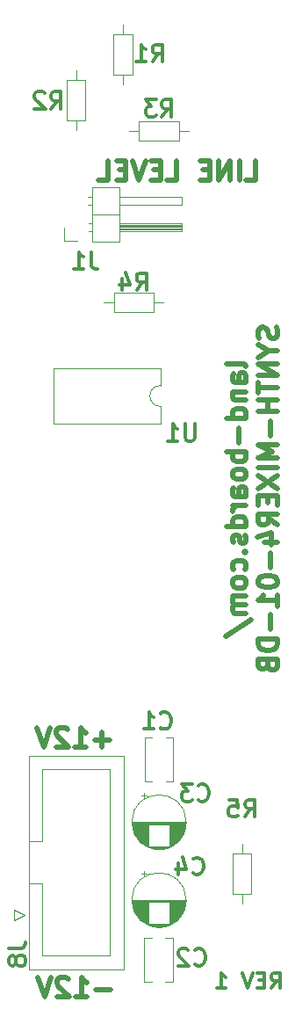
<source format=gbo>
%TF.GenerationSoftware,KiCad,Pcbnew,(6.0.1)*%
%TF.CreationDate,2022-10-13T17:59:12-04:00*%
%TF.ProjectId,SYNTH-MIXER4-01-DB,53594e54-482d-44d4-9958-4552342d3031,1*%
%TF.SameCoordinates,Original*%
%TF.FileFunction,Legend,Bot*%
%TF.FilePolarity,Positive*%
%FSLAX46Y46*%
G04 Gerber Fmt 4.6, Leading zero omitted, Abs format (unit mm)*
G04 Created by KiCad (PCBNEW (6.0.1)) date 2022-10-13 17:59:12*
%MOMM*%
%LPD*%
G01*
G04 APERTURE LIST*
%ADD10C,0.476250*%
%ADD11C,0.300000*%
%ADD12C,0.349250*%
%ADD13C,0.120000*%
G04 APERTURE END LIST*
D10*
X11251066Y-86623071D02*
X9799637Y-86623071D01*
X10525351Y-87348785D02*
X10525351Y-85897357D01*
X7894637Y-87348785D02*
X8983208Y-87348785D01*
X8438923Y-87348785D02*
X8438923Y-85443785D01*
X8620351Y-85715928D01*
X8801780Y-85897357D01*
X8983208Y-85988071D01*
X7168923Y-85625214D02*
X7078208Y-85534500D01*
X6896780Y-85443785D01*
X6443208Y-85443785D01*
X6261780Y-85534500D01*
X6171066Y-85625214D01*
X6080351Y-85806642D01*
X6080351Y-85988071D01*
X6171066Y-86260214D01*
X7259637Y-87348785D01*
X6080351Y-87348785D01*
X5536066Y-85443785D02*
X4901066Y-87348785D01*
X4266066Y-85443785D01*
X11327266Y-110676871D02*
X9875837Y-110676871D01*
X7970837Y-111402585D02*
X9059408Y-111402585D01*
X8515123Y-111402585D02*
X8515123Y-109497585D01*
X8696551Y-109769728D01*
X8877980Y-109951157D01*
X9059408Y-110041871D01*
X7245123Y-109679014D02*
X7154408Y-109588300D01*
X6972980Y-109497585D01*
X6519408Y-109497585D01*
X6337980Y-109588300D01*
X6247266Y-109679014D01*
X6156551Y-109860442D01*
X6156551Y-110041871D01*
X6247266Y-110314014D01*
X7335837Y-111402585D01*
X6156551Y-111402585D01*
X5612266Y-109497585D02*
X4977266Y-111402585D01*
X4342266Y-109497585D01*
D11*
X26806257Y-110558971D02*
X27306257Y-109844685D01*
X27663400Y-110558971D02*
X27663400Y-109058971D01*
X27091971Y-109058971D01*
X26949114Y-109130400D01*
X26877685Y-109201828D01*
X26806257Y-109344685D01*
X26806257Y-109558971D01*
X26877685Y-109701828D01*
X26949114Y-109773257D01*
X27091971Y-109844685D01*
X27663400Y-109844685D01*
X26163400Y-109773257D02*
X25663400Y-109773257D01*
X25449114Y-110558971D02*
X26163400Y-110558971D01*
X26163400Y-109058971D01*
X25449114Y-109058971D01*
X25020542Y-109058971D02*
X24520542Y-110558971D01*
X24020542Y-109058971D01*
X21591971Y-110558971D02*
X22449114Y-110558971D01*
X22020542Y-110558971D02*
X22020542Y-109058971D01*
X22163400Y-109273257D01*
X22306257Y-109416114D01*
X22449114Y-109487542D01*
D10*
X24413028Y-32713385D02*
X25320171Y-32713385D01*
X25320171Y-30808385D01*
X23778028Y-32713385D02*
X23778028Y-30808385D01*
X22870885Y-32713385D02*
X22870885Y-30808385D01*
X21782314Y-32713385D01*
X21782314Y-30808385D01*
X20875171Y-31715528D02*
X20240171Y-31715528D01*
X19968028Y-32713385D02*
X20875171Y-32713385D01*
X20875171Y-30808385D01*
X19968028Y-30808385D01*
X16793028Y-32713385D02*
X17700171Y-32713385D01*
X17700171Y-30808385D01*
X16158028Y-31715528D02*
X15523028Y-31715528D01*
X15250885Y-32713385D02*
X16158028Y-32713385D01*
X16158028Y-30808385D01*
X15250885Y-30808385D01*
X14706600Y-30808385D02*
X14071600Y-32713385D01*
X13436600Y-30808385D01*
X12801600Y-31715528D02*
X12166600Y-31715528D01*
X11894457Y-32713385D02*
X12801600Y-32713385D01*
X12801600Y-30808385D01*
X11894457Y-30808385D01*
X10170885Y-32713385D02*
X11078028Y-32713385D01*
X11078028Y-30808385D01*
X24398060Y-50653042D02*
X24307346Y-50471614D01*
X24125917Y-50380900D01*
X22493060Y-50380900D01*
X24398060Y-52195185D02*
X23400203Y-52195185D01*
X23218775Y-52104471D01*
X23128060Y-51923042D01*
X23128060Y-51560185D01*
X23218775Y-51378757D01*
X24307346Y-52195185D02*
X24398060Y-52013757D01*
X24398060Y-51560185D01*
X24307346Y-51378757D01*
X24125917Y-51288042D01*
X23944489Y-51288042D01*
X23763060Y-51378757D01*
X23672346Y-51560185D01*
X23672346Y-52013757D01*
X23581632Y-52195185D01*
X23128060Y-53102328D02*
X24398060Y-53102328D01*
X23309489Y-53102328D02*
X23218775Y-53193042D01*
X23128060Y-53374471D01*
X23128060Y-53646614D01*
X23218775Y-53828042D01*
X23400203Y-53918757D01*
X24398060Y-53918757D01*
X24398060Y-55642328D02*
X22493060Y-55642328D01*
X24307346Y-55642328D02*
X24398060Y-55460900D01*
X24398060Y-55098042D01*
X24307346Y-54916614D01*
X24216632Y-54825900D01*
X24035203Y-54735185D01*
X23490917Y-54735185D01*
X23309489Y-54825900D01*
X23218775Y-54916614D01*
X23128060Y-55098042D01*
X23128060Y-55460900D01*
X23218775Y-55642328D01*
X23672346Y-56549471D02*
X23672346Y-58000900D01*
X24398060Y-58908042D02*
X22493060Y-58908042D01*
X23218775Y-58908042D02*
X23128060Y-59089471D01*
X23128060Y-59452328D01*
X23218775Y-59633757D01*
X23309489Y-59724471D01*
X23490917Y-59815185D01*
X24035203Y-59815185D01*
X24216632Y-59724471D01*
X24307346Y-59633757D01*
X24398060Y-59452328D01*
X24398060Y-59089471D01*
X24307346Y-58908042D01*
X24398060Y-60903757D02*
X24307346Y-60722328D01*
X24216632Y-60631614D01*
X24035203Y-60540900D01*
X23490917Y-60540900D01*
X23309489Y-60631614D01*
X23218775Y-60722328D01*
X23128060Y-60903757D01*
X23128060Y-61175900D01*
X23218775Y-61357328D01*
X23309489Y-61448042D01*
X23490917Y-61538757D01*
X24035203Y-61538757D01*
X24216632Y-61448042D01*
X24307346Y-61357328D01*
X24398060Y-61175900D01*
X24398060Y-60903757D01*
X24398060Y-63171614D02*
X23400203Y-63171614D01*
X23218775Y-63080900D01*
X23128060Y-62899471D01*
X23128060Y-62536614D01*
X23218775Y-62355185D01*
X24307346Y-63171614D02*
X24398060Y-62990185D01*
X24398060Y-62536614D01*
X24307346Y-62355185D01*
X24125917Y-62264471D01*
X23944489Y-62264471D01*
X23763060Y-62355185D01*
X23672346Y-62536614D01*
X23672346Y-62990185D01*
X23581632Y-63171614D01*
X24398060Y-64078757D02*
X23128060Y-64078757D01*
X23490917Y-64078757D02*
X23309489Y-64169471D01*
X23218775Y-64260185D01*
X23128060Y-64441614D01*
X23128060Y-64623042D01*
X24398060Y-66074471D02*
X22493060Y-66074471D01*
X24307346Y-66074471D02*
X24398060Y-65893042D01*
X24398060Y-65530185D01*
X24307346Y-65348757D01*
X24216632Y-65258042D01*
X24035203Y-65167328D01*
X23490917Y-65167328D01*
X23309489Y-65258042D01*
X23218775Y-65348757D01*
X23128060Y-65530185D01*
X23128060Y-65893042D01*
X23218775Y-66074471D01*
X24307346Y-66890900D02*
X24398060Y-67072328D01*
X24398060Y-67435185D01*
X24307346Y-67616614D01*
X24125917Y-67707328D01*
X24035203Y-67707328D01*
X23853775Y-67616614D01*
X23763060Y-67435185D01*
X23763060Y-67163042D01*
X23672346Y-66981614D01*
X23490917Y-66890900D01*
X23400203Y-66890900D01*
X23218775Y-66981614D01*
X23128060Y-67163042D01*
X23128060Y-67435185D01*
X23218775Y-67616614D01*
X24216632Y-68523757D02*
X24307346Y-68614471D01*
X24398060Y-68523757D01*
X24307346Y-68433042D01*
X24216632Y-68523757D01*
X24398060Y-68523757D01*
X24307346Y-70247328D02*
X24398060Y-70065900D01*
X24398060Y-69703042D01*
X24307346Y-69521614D01*
X24216632Y-69430900D01*
X24035203Y-69340185D01*
X23490917Y-69340185D01*
X23309489Y-69430900D01*
X23218775Y-69521614D01*
X23128060Y-69703042D01*
X23128060Y-70065900D01*
X23218775Y-70247328D01*
X24398060Y-71335900D02*
X24307346Y-71154471D01*
X24216632Y-71063757D01*
X24035203Y-70973042D01*
X23490917Y-70973042D01*
X23309489Y-71063757D01*
X23218775Y-71154471D01*
X23128060Y-71335900D01*
X23128060Y-71608042D01*
X23218775Y-71789471D01*
X23309489Y-71880185D01*
X23490917Y-71970900D01*
X24035203Y-71970900D01*
X24216632Y-71880185D01*
X24307346Y-71789471D01*
X24398060Y-71608042D01*
X24398060Y-71335900D01*
X24398060Y-72787328D02*
X23128060Y-72787328D01*
X23309489Y-72787328D02*
X23218775Y-72878042D01*
X23128060Y-73059471D01*
X23128060Y-73331614D01*
X23218775Y-73513042D01*
X23400203Y-73603757D01*
X24398060Y-73603757D01*
X23400203Y-73603757D02*
X23218775Y-73694471D01*
X23128060Y-73875900D01*
X23128060Y-74148042D01*
X23218775Y-74329471D01*
X23400203Y-74420185D01*
X24398060Y-74420185D01*
X22402346Y-76688042D02*
X24851632Y-75055185D01*
X27374396Y-46888400D02*
X27465110Y-47160542D01*
X27465110Y-47614114D01*
X27374396Y-47795542D01*
X27283682Y-47886257D01*
X27102253Y-47976971D01*
X26920825Y-47976971D01*
X26739396Y-47886257D01*
X26648682Y-47795542D01*
X26557967Y-47614114D01*
X26467253Y-47251257D01*
X26376539Y-47069828D01*
X26285825Y-46979114D01*
X26104396Y-46888400D01*
X25922967Y-46888400D01*
X25741539Y-46979114D01*
X25650825Y-47069828D01*
X25560110Y-47251257D01*
X25560110Y-47704828D01*
X25650825Y-47976971D01*
X26557967Y-49156257D02*
X27465110Y-49156257D01*
X25560110Y-48521257D02*
X26557967Y-49156257D01*
X25560110Y-49791257D01*
X27465110Y-50426257D02*
X25560110Y-50426257D01*
X27465110Y-51514828D01*
X25560110Y-51514828D01*
X25560110Y-52149828D02*
X25560110Y-53238400D01*
X27465110Y-52694114D02*
X25560110Y-52694114D01*
X27465110Y-53873400D02*
X25560110Y-53873400D01*
X26467253Y-53873400D02*
X26467253Y-54961971D01*
X27465110Y-54961971D02*
X25560110Y-54961971D01*
X26739396Y-55869114D02*
X26739396Y-57320542D01*
X27465110Y-58227685D02*
X25560110Y-58227685D01*
X26920825Y-58862685D01*
X25560110Y-59497685D01*
X27465110Y-59497685D01*
X27465110Y-60404828D02*
X25560110Y-60404828D01*
X25560110Y-61130542D02*
X27465110Y-62400542D01*
X25560110Y-62400542D02*
X27465110Y-61130542D01*
X26467253Y-63126257D02*
X26467253Y-63761257D01*
X27465110Y-64033400D02*
X27465110Y-63126257D01*
X25560110Y-63126257D01*
X25560110Y-64033400D01*
X27465110Y-65938400D02*
X26557967Y-65303400D01*
X27465110Y-64849828D02*
X25560110Y-64849828D01*
X25560110Y-65575542D01*
X25650825Y-65756971D01*
X25741539Y-65847685D01*
X25922967Y-65938400D01*
X26195110Y-65938400D01*
X26376539Y-65847685D01*
X26467253Y-65756971D01*
X26557967Y-65575542D01*
X26557967Y-64849828D01*
X26195110Y-67571257D02*
X27465110Y-67571257D01*
X25469396Y-67117685D02*
X26830110Y-66664114D01*
X26830110Y-67843400D01*
X26739396Y-68569114D02*
X26739396Y-70020542D01*
X25560110Y-71290542D02*
X25560110Y-71471971D01*
X25650825Y-71653400D01*
X25741539Y-71744114D01*
X25922967Y-71834828D01*
X26285825Y-71925542D01*
X26739396Y-71925542D01*
X27102253Y-71834828D01*
X27283682Y-71744114D01*
X27374396Y-71653400D01*
X27465110Y-71471971D01*
X27465110Y-71290542D01*
X27374396Y-71109114D01*
X27283682Y-71018400D01*
X27102253Y-70927685D01*
X26739396Y-70836971D01*
X26285825Y-70836971D01*
X25922967Y-70927685D01*
X25741539Y-71018400D01*
X25650825Y-71109114D01*
X25560110Y-71290542D01*
X27465110Y-73739828D02*
X27465110Y-72651257D01*
X27465110Y-73195542D02*
X25560110Y-73195542D01*
X25832253Y-73014114D01*
X26013682Y-72832685D01*
X26104396Y-72651257D01*
X26739396Y-74556257D02*
X26739396Y-76007685D01*
X27465110Y-76914828D02*
X25560110Y-76914828D01*
X25560110Y-77368400D01*
X25650825Y-77640542D01*
X25832253Y-77821971D01*
X26013682Y-77912685D01*
X26376539Y-78003400D01*
X26648682Y-78003400D01*
X27011539Y-77912685D01*
X27192967Y-77821971D01*
X27374396Y-77640542D01*
X27465110Y-77368400D01*
X27465110Y-76914828D01*
X26467253Y-79454828D02*
X26557967Y-79726971D01*
X26648682Y-79817685D01*
X26830110Y-79908400D01*
X27102253Y-79908400D01*
X27283682Y-79817685D01*
X27374396Y-79726971D01*
X27465110Y-79545542D01*
X27465110Y-78819828D01*
X25560110Y-78819828D01*
X25560110Y-79454828D01*
X25650825Y-79636257D01*
X25741539Y-79726971D01*
X25922967Y-79817685D01*
X26104396Y-79817685D01*
X26285825Y-79726971D01*
X26376539Y-79636257D01*
X26467253Y-79454828D01*
X26467253Y-78819828D01*
D12*
%TO.C,J8*%
X1508880Y-106713866D02*
X2688166Y-106713866D01*
X2924023Y-106635247D01*
X3081261Y-106478009D01*
X3159880Y-106242152D01*
X3159880Y-106084914D01*
X2216452Y-107735914D02*
X2137833Y-107578676D01*
X2059214Y-107500057D01*
X1901976Y-107421438D01*
X1823357Y-107421438D01*
X1666119Y-107500057D01*
X1587500Y-107578676D01*
X1508880Y-107735914D01*
X1508880Y-108050390D01*
X1587500Y-108207628D01*
X1666119Y-108286247D01*
X1823357Y-108364866D01*
X1901976Y-108364866D01*
X2059214Y-108286247D01*
X2137833Y-108207628D01*
X2216452Y-108050390D01*
X2216452Y-107735914D01*
X2295071Y-107578676D01*
X2373690Y-107500057D01*
X2530928Y-107421438D01*
X2845404Y-107421438D01*
X3002642Y-107500057D01*
X3081261Y-107578676D01*
X3159880Y-107735914D01*
X3159880Y-108050390D01*
X3081261Y-108207628D01*
X3002642Y-108286247D01*
X2845404Y-108364866D01*
X2530928Y-108364866D01*
X2373690Y-108286247D01*
X2295071Y-108207628D01*
X2216452Y-108050390D01*
%TO.C,R1*%
X15362766Y-21310680D02*
X15913100Y-20524490D01*
X16306195Y-21310680D02*
X16306195Y-19659680D01*
X15677242Y-19659680D01*
X15520004Y-19738300D01*
X15441385Y-19816919D01*
X15362766Y-19974157D01*
X15362766Y-20210014D01*
X15441385Y-20367252D01*
X15520004Y-20445871D01*
X15677242Y-20524490D01*
X16306195Y-20524490D01*
X13790385Y-21310680D02*
X14733814Y-21310680D01*
X14262100Y-21310680D02*
X14262100Y-19659680D01*
X14419338Y-19895538D01*
X14576576Y-20052776D01*
X14733814Y-20131395D01*
%TO.C,C3*%
X19775166Y-92384530D02*
X19853785Y-92463149D01*
X20089642Y-92541768D01*
X20246880Y-92541768D01*
X20482738Y-92463149D01*
X20639976Y-92305911D01*
X20718595Y-92148673D01*
X20797214Y-91834197D01*
X20797214Y-91598340D01*
X20718595Y-91283864D01*
X20639976Y-91126626D01*
X20482738Y-90969388D01*
X20246880Y-90890768D01*
X20089642Y-90890768D01*
X19853785Y-90969388D01*
X19775166Y-91048007D01*
X19224833Y-90890768D02*
X18202785Y-90890768D01*
X18753119Y-91519721D01*
X18517261Y-91519721D01*
X18360023Y-91598340D01*
X18281404Y-91676959D01*
X18202785Y-91834197D01*
X18202785Y-92227292D01*
X18281404Y-92384530D01*
X18360023Y-92463149D01*
X18517261Y-92541768D01*
X18988976Y-92541768D01*
X19146214Y-92463149D01*
X19224833Y-92384530D01*
%TO.C,U1*%
X19444304Y-56169680D02*
X19444304Y-57506204D01*
X19365685Y-57663442D01*
X19287066Y-57742061D01*
X19129828Y-57820680D01*
X18815352Y-57820680D01*
X18658114Y-57742061D01*
X18579495Y-57663442D01*
X18500876Y-57506204D01*
X18500876Y-56169680D01*
X16849876Y-57820680D02*
X17793304Y-57820680D01*
X17321590Y-57820680D02*
X17321590Y-56169680D01*
X17478828Y-56405538D01*
X17636066Y-56562776D01*
X17793304Y-56641395D01*
%TO.C,R5*%
X24278166Y-94041080D02*
X24828500Y-93254890D01*
X25221595Y-94041080D02*
X25221595Y-92390080D01*
X24592642Y-92390080D01*
X24435404Y-92468700D01*
X24356785Y-92547319D01*
X24278166Y-92704557D01*
X24278166Y-92940414D01*
X24356785Y-93097652D01*
X24435404Y-93176271D01*
X24592642Y-93254890D01*
X25221595Y-93254890D01*
X22784404Y-92390080D02*
X23570595Y-92390080D01*
X23649214Y-93176271D01*
X23570595Y-93097652D01*
X23413357Y-93019033D01*
X23020261Y-93019033D01*
X22863023Y-93097652D01*
X22784404Y-93176271D01*
X22705785Y-93333509D01*
X22705785Y-93726604D01*
X22784404Y-93883842D01*
X22863023Y-93962461D01*
X23020261Y-94041080D01*
X23413357Y-94041080D01*
X23570595Y-93962461D01*
X23649214Y-93883842D01*
%TO.C,C1*%
X16124766Y-85425642D02*
X16203385Y-85504261D01*
X16439242Y-85582880D01*
X16596480Y-85582880D01*
X16832338Y-85504261D01*
X16989576Y-85347023D01*
X17068195Y-85189785D01*
X17146814Y-84875309D01*
X17146814Y-84639452D01*
X17068195Y-84324976D01*
X16989576Y-84167738D01*
X16832338Y-84010500D01*
X16596480Y-83931880D01*
X16439242Y-83931880D01*
X16203385Y-84010500D01*
X16124766Y-84089119D01*
X14552385Y-85582880D02*
X15495814Y-85582880D01*
X15024100Y-85582880D02*
X15024100Y-83931880D01*
X15181338Y-84167738D01*
X15338576Y-84324976D01*
X15495814Y-84403595D01*
%TO.C,J1*%
X9440333Y-39634280D02*
X9440333Y-40813566D01*
X9518952Y-41049423D01*
X9676190Y-41206661D01*
X9912047Y-41285280D01*
X10069285Y-41285280D01*
X7789333Y-41285280D02*
X8732761Y-41285280D01*
X8261047Y-41285280D02*
X8261047Y-39634280D01*
X8418285Y-39870138D01*
X8575523Y-40027376D01*
X8732761Y-40105995D01*
%TO.C,C2*%
X19452166Y-108234842D02*
X19530785Y-108313461D01*
X19766642Y-108392080D01*
X19923880Y-108392080D01*
X20159738Y-108313461D01*
X20316976Y-108156223D01*
X20395595Y-107998985D01*
X20474214Y-107684509D01*
X20474214Y-107448652D01*
X20395595Y-107134176D01*
X20316976Y-106976938D01*
X20159738Y-106819700D01*
X19923880Y-106741080D01*
X19766642Y-106741080D01*
X19530785Y-106819700D01*
X19452166Y-106898319D01*
X18823214Y-106898319D02*
X18744595Y-106819700D01*
X18587357Y-106741080D01*
X18194261Y-106741080D01*
X18037023Y-106819700D01*
X17958404Y-106898319D01*
X17879785Y-107055557D01*
X17879785Y-107212795D01*
X17958404Y-107448652D01*
X18901833Y-108392080D01*
X17879785Y-108392080D01*
%TO.C,R4*%
X13838766Y-43302269D02*
X14389100Y-42516079D01*
X14782195Y-43302269D02*
X14782195Y-41651269D01*
X14153242Y-41651269D01*
X13996004Y-41729889D01*
X13917385Y-41808508D01*
X13838766Y-41965746D01*
X13838766Y-42201603D01*
X13917385Y-42358841D01*
X13996004Y-42437460D01*
X14153242Y-42516079D01*
X14782195Y-42516079D01*
X12423623Y-42201603D02*
X12423623Y-43302269D01*
X12816719Y-41572650D02*
X13209814Y-42751936D01*
X12187766Y-42751936D01*
%TO.C,R3*%
X16275167Y-26604080D02*
X16825501Y-25817890D01*
X17218596Y-26604080D02*
X17218596Y-24953080D01*
X16589643Y-24953080D01*
X16432405Y-25031700D01*
X16353786Y-25110319D01*
X16275167Y-25267557D01*
X16275167Y-25503414D01*
X16353786Y-25660652D01*
X16432405Y-25739271D01*
X16589643Y-25817890D01*
X17218596Y-25817890D01*
X15724834Y-24953080D02*
X14702786Y-24953080D01*
X15253120Y-25582033D01*
X15017262Y-25582033D01*
X14860024Y-25660652D01*
X14781405Y-25739271D01*
X14702786Y-25896509D01*
X14702786Y-26289604D01*
X14781405Y-26446842D01*
X14860024Y-26525461D01*
X15017262Y-26604080D01*
X15488977Y-26604080D01*
X15646215Y-26525461D01*
X15724834Y-26446842D01*
%TO.C,R2*%
X5583766Y-25842080D02*
X6134100Y-25055890D01*
X6527195Y-25842080D02*
X6527195Y-24191080D01*
X5898242Y-24191080D01*
X5741004Y-24269700D01*
X5662385Y-24348319D01*
X5583766Y-24505557D01*
X5583766Y-24741414D01*
X5662385Y-24898652D01*
X5741004Y-24977271D01*
X5898242Y-25055890D01*
X6527195Y-25055890D01*
X4954814Y-24348319D02*
X4876195Y-24269700D01*
X4718957Y-24191080D01*
X4325861Y-24191080D01*
X4168623Y-24269700D01*
X4090004Y-24348319D01*
X4011385Y-24505557D01*
X4011385Y-24662795D01*
X4090004Y-24898652D01*
X5033433Y-25842080D01*
X4011385Y-25842080D01*
%TO.C,C4*%
X19274366Y-99446442D02*
X19352985Y-99525061D01*
X19588842Y-99603680D01*
X19746080Y-99603680D01*
X19981938Y-99525061D01*
X20139176Y-99367823D01*
X20217795Y-99210585D01*
X20296414Y-98896109D01*
X20296414Y-98660252D01*
X20217795Y-98345776D01*
X20139176Y-98188538D01*
X19981938Y-98031300D01*
X19746080Y-97952680D01*
X19588842Y-97952680D01*
X19352985Y-98031300D01*
X19274366Y-98109919D01*
X17859223Y-98503014D02*
X17859223Y-99603680D01*
X18252319Y-97874061D02*
X18645414Y-99053347D01*
X17623366Y-99053347D01*
D13*
%TO.C,J8*%
X3457500Y-88130000D02*
X3457500Y-108710000D01*
X12577500Y-108710000D02*
X12577500Y-88130000D01*
X11267500Y-89430000D02*
X4767500Y-89430000D01*
X4767500Y-107410000D02*
X11267500Y-107410000D01*
X12577500Y-88130000D02*
X3457500Y-88130000D01*
X3067500Y-103500000D02*
X2067500Y-104000000D01*
X3457500Y-108710000D02*
X12577500Y-108710000D01*
X4767500Y-96370000D02*
X3457500Y-96370000D01*
X2067500Y-104000000D02*
X2067500Y-103000000D01*
X2067500Y-103000000D02*
X3067500Y-103500000D01*
X4767500Y-89430000D02*
X4767500Y-96370000D01*
X11267500Y-107410000D02*
X11267500Y-89430000D01*
X4767500Y-100470000D02*
X4767500Y-107410000D01*
X3457500Y-100470000D02*
X4767500Y-100470000D01*
X4767500Y-96370000D02*
X4767500Y-96370000D01*
%TO.C,R1*%
X13420000Y-18679400D02*
X13420000Y-22519400D01*
X13420000Y-22519400D02*
X11580000Y-22519400D01*
X12500000Y-17729400D02*
X12500000Y-18679400D01*
X12500000Y-23469400D02*
X12500000Y-22519400D01*
X11580000Y-18679400D02*
X13420000Y-18679400D01*
X11580000Y-22519400D02*
X11580000Y-18679400D01*
%TO.C,C3*%
X14525000Y-91740113D02*
X14525000Y-92240113D01*
X17040000Y-96305888D02*
X17901000Y-96305888D01*
X13825000Y-95945888D02*
X14960000Y-95945888D01*
X13905000Y-96065888D02*
X14960000Y-96065888D01*
X14029000Y-96225888D02*
X14960000Y-96225888D01*
X13421000Y-94624888D02*
X18579000Y-94624888D01*
X13422000Y-94664888D02*
X18578000Y-94664888D01*
X13464000Y-95024888D02*
X14960000Y-95024888D01*
X14989000Y-96945888D02*
X17011000Y-96945888D01*
X14902000Y-96905888D02*
X17098000Y-96905888D01*
X14822000Y-96865888D02*
X17178000Y-96865888D01*
X13489000Y-95144888D02*
X14960000Y-95144888D01*
X14395000Y-96585888D02*
X14960000Y-96585888D01*
X14557000Y-96705888D02*
X14960000Y-96705888D01*
X17040000Y-96585888D02*
X17605000Y-96585888D01*
X17040000Y-95345888D02*
X18455000Y-95345888D01*
X17040000Y-95425888D02*
X18428000Y-95425888D01*
X17040000Y-96345888D02*
X17864000Y-96345888D01*
X15195000Y-97025888D02*
X16805000Y-97025888D01*
X13652000Y-95625888D02*
X14960000Y-95625888D01*
X13424000Y-94704888D02*
X18576000Y-94704888D01*
X17040000Y-96185888D02*
X18004000Y-96185888D01*
X13710000Y-95745888D02*
X14960000Y-95745888D01*
X13996000Y-96185888D02*
X14960000Y-96185888D01*
X15085000Y-96985888D02*
X16915000Y-96985888D01*
X17040000Y-96785888D02*
X17319000Y-96785888D01*
X17040000Y-95625888D02*
X18348000Y-95625888D01*
X17040000Y-95865888D02*
X18224000Y-95865888D01*
X17040000Y-95265888D02*
X18480000Y-95265888D01*
X17040000Y-96705888D02*
X17443000Y-96705888D01*
X17040000Y-96825888D02*
X17251000Y-96825888D01*
X13690000Y-95705888D02*
X14960000Y-95705888D01*
X17040000Y-95745888D02*
X18290000Y-95745888D01*
X13586000Y-95465888D02*
X14960000Y-95465888D01*
X13480000Y-95104888D02*
X14960000Y-95104888D01*
X17040000Y-96625888D02*
X17554000Y-96625888D01*
X17040000Y-96265888D02*
X17937000Y-96265888D01*
X14681000Y-96785888D02*
X14960000Y-96785888D01*
X14749000Y-96825888D02*
X14960000Y-96825888D01*
X17040000Y-96425888D02*
X17785000Y-96425888D01*
X17040000Y-95385888D02*
X18442000Y-95385888D01*
X17040000Y-95705888D02*
X18310000Y-95705888D01*
X17040000Y-96105888D02*
X18065000Y-96105888D01*
X17040000Y-95104888D02*
X18520000Y-95104888D01*
X15323000Y-97065888D02*
X16677000Y-97065888D01*
X17040000Y-95825888D02*
X18247000Y-95825888D01*
X17040000Y-95585888D02*
X18365000Y-95585888D01*
X13965000Y-96145888D02*
X14960000Y-96145888D01*
X17040000Y-95785888D02*
X18268000Y-95785888D01*
X17040000Y-95545888D02*
X18382000Y-95545888D01*
X14136000Y-96345888D02*
X14960000Y-96345888D01*
X13753000Y-95825888D02*
X14960000Y-95825888D01*
X13635000Y-95585888D02*
X14960000Y-95585888D01*
X13558000Y-95385888D02*
X14960000Y-95385888D01*
X17040000Y-94904888D02*
X18556000Y-94904888D01*
X13732000Y-95785888D02*
X14960000Y-95785888D01*
X14301000Y-96505888D02*
X14960000Y-96505888D01*
X13545000Y-95345888D02*
X14960000Y-95345888D01*
X17040000Y-96465888D02*
X17743000Y-96465888D01*
X14275000Y-91990113D02*
X14775000Y-91990113D01*
X13851000Y-95985888D02*
X14960000Y-95985888D01*
X13450000Y-94944888D02*
X14960000Y-94944888D01*
X17040000Y-96145888D02*
X18035000Y-96145888D01*
X17040000Y-95905888D02*
X18200000Y-95905888D01*
X17040000Y-94944888D02*
X18550000Y-94944888D01*
X14347000Y-96545888D02*
X14960000Y-96545888D01*
X13444000Y-94904888D02*
X14960000Y-94904888D01*
X17040000Y-96385888D02*
X17826000Y-96385888D01*
X13618000Y-95545888D02*
X14960000Y-95545888D01*
X17040000Y-95144888D02*
X18511000Y-95144888D01*
X13457000Y-94984888D02*
X14960000Y-94984888D01*
X15716000Y-97145888D02*
X16284000Y-97145888D01*
X17040000Y-96025888D02*
X18122000Y-96025888D01*
X13572000Y-95425888D02*
X14960000Y-95425888D01*
X13420000Y-94544888D02*
X18580000Y-94544888D01*
X13935000Y-96105888D02*
X14960000Y-96105888D01*
X14617000Y-96745888D02*
X14960000Y-96745888D01*
X13499000Y-95184888D02*
X14960000Y-95184888D01*
X13878000Y-96025888D02*
X14960000Y-96025888D01*
X14099000Y-96305888D02*
X14960000Y-96305888D01*
X13435000Y-94824888D02*
X14960000Y-94824888D01*
X14174000Y-96385888D02*
X14960000Y-96385888D01*
X17040000Y-96065888D02*
X18095000Y-96065888D01*
X17040000Y-94984888D02*
X18543000Y-94984888D01*
X17040000Y-95505888D02*
X18398000Y-95505888D01*
X17040000Y-95945888D02*
X18175000Y-95945888D01*
X13532000Y-95305888D02*
X14960000Y-95305888D01*
X17040000Y-95305888D02*
X18468000Y-95305888D01*
X13671000Y-95665888D02*
X14960000Y-95665888D01*
X17040000Y-94784888D02*
X18569000Y-94784888D01*
X13420000Y-94584888D02*
X18580000Y-94584888D01*
X14063000Y-96265888D02*
X14960000Y-96265888D01*
X17040000Y-95024888D02*
X18536000Y-95024888D01*
X13439000Y-94864888D02*
X14960000Y-94864888D01*
X13431000Y-94784888D02*
X14960000Y-94784888D01*
X17040000Y-95465888D02*
X18414000Y-95465888D01*
X13427000Y-94744888D02*
X18573000Y-94744888D01*
X17040000Y-96665888D02*
X17500000Y-96665888D01*
X13602000Y-95505888D02*
X14960000Y-95505888D01*
X13776000Y-95865888D02*
X14960000Y-95865888D01*
X17040000Y-96225888D02*
X17971000Y-96225888D01*
X14500000Y-96665888D02*
X14960000Y-96665888D01*
X17040000Y-95985888D02*
X18149000Y-95985888D01*
X17040000Y-95224888D02*
X18491000Y-95224888D01*
X13472000Y-95064888D02*
X14960000Y-95064888D01*
X17040000Y-94864888D02*
X18561000Y-94864888D01*
X13520000Y-95265888D02*
X14960000Y-95265888D01*
X17040000Y-96505888D02*
X17699000Y-96505888D01*
X13800000Y-95905888D02*
X14960000Y-95905888D01*
X17040000Y-96745888D02*
X17383000Y-96745888D01*
X14446000Y-96625888D02*
X14960000Y-96625888D01*
X15482000Y-97105888D02*
X16518000Y-97105888D01*
X17040000Y-95064888D02*
X18528000Y-95064888D01*
X14257000Y-96465888D02*
X14960000Y-96465888D01*
X13509000Y-95224888D02*
X14960000Y-95224888D01*
X14215000Y-96425888D02*
X14960000Y-96425888D01*
X17040000Y-94824888D02*
X18565000Y-94824888D01*
X17040000Y-96545888D02*
X17653000Y-96545888D01*
X17040000Y-95665888D02*
X18329000Y-95665888D01*
X17040000Y-95184888D02*
X18501000Y-95184888D01*
X18620000Y-94544888D02*
G75*
G03*
X18620000Y-94544888I-2620000J0D01*
G01*
%TO.C,U1*%
X16130000Y-56140000D02*
X5850000Y-56140000D01*
X5850000Y-56140000D02*
X5850000Y-50840000D01*
X5850000Y-50840000D02*
X16130000Y-50840000D01*
X16130000Y-50840000D02*
X16130000Y-52490000D01*
X16130000Y-54490000D02*
X16130000Y-56140000D01*
X16130000Y-52490000D02*
G75*
G03*
X16130000Y-54490000I0J-1000000D01*
G01*
%TO.C,R5*%
X24000000Y-96630000D02*
X24000000Y-97580000D01*
X23080000Y-101420000D02*
X23080000Y-97580000D01*
X24920000Y-97580000D02*
X24920000Y-101420000D01*
X24000000Y-102370000D02*
X24000000Y-101420000D01*
X23080000Y-97580000D02*
X24920000Y-97580000D01*
X24920000Y-101420000D02*
X23080000Y-101420000D01*
%TO.C,C1*%
X14630000Y-90620000D02*
X14630000Y-86380000D01*
X17370000Y-90620000D02*
X17370000Y-86380000D01*
X15335000Y-86380000D02*
X14630000Y-86380000D01*
X17370000Y-90620000D02*
X16665000Y-90620000D01*
X17370000Y-86380000D02*
X16665000Y-86380000D01*
X15335000Y-90620000D02*
X14630000Y-90620000D01*
%TO.C,J1*%
X9565000Y-36005000D02*
X12225000Y-36005000D01*
X9235000Y-36895000D02*
X9565000Y-36895000D01*
X12225000Y-38605000D02*
X9565000Y-38605000D01*
X9565000Y-38605000D02*
X9565000Y-33405000D01*
X18225000Y-35115000D02*
X18225000Y-34355000D01*
X9235000Y-37655000D02*
X9565000Y-37655000D01*
X18225000Y-36895000D02*
X12225000Y-36895000D01*
X9167929Y-35115000D02*
X9565000Y-35115000D01*
X18225000Y-37655000D02*
X18225000Y-36895000D01*
X9167929Y-34355000D02*
X9565000Y-34355000D01*
X6855000Y-38545000D02*
X8125000Y-38545000D01*
X12225000Y-33405000D02*
X12225000Y-38605000D01*
X12225000Y-36995000D02*
X18225000Y-36995000D01*
X12225000Y-37235000D02*
X18225000Y-37235000D01*
X9565000Y-33405000D02*
X12225000Y-33405000D01*
X12225000Y-37595000D02*
X18225000Y-37595000D01*
X12225000Y-37475000D02*
X18225000Y-37475000D01*
X12225000Y-37655000D02*
X18225000Y-37655000D01*
X12225000Y-37355000D02*
X18225000Y-37355000D01*
X18225000Y-34355000D02*
X12225000Y-34355000D01*
X12225000Y-35115000D02*
X18225000Y-35115000D01*
X12225000Y-37115000D02*
X18225000Y-37115000D01*
X6855000Y-37275000D02*
X6855000Y-38545000D01*
%TO.C,C2*%
X17321200Y-109917600D02*
X16616200Y-109917600D01*
X17321200Y-105677600D02*
X16616200Y-105677600D01*
X14581200Y-109917600D02*
X14581200Y-105677600D01*
X17321200Y-109917600D02*
X17321200Y-105677600D01*
X15286200Y-105677600D02*
X14581200Y-105677600D01*
X15286200Y-109917600D02*
X14581200Y-109917600D01*
%TO.C,R4*%
X11643600Y-45395400D02*
X11643600Y-43555400D01*
X15483600Y-43555400D02*
X15483600Y-45395400D01*
X11643600Y-43555400D02*
X15483600Y-43555400D01*
X16433600Y-44475400D02*
X15483600Y-44475400D01*
X15483600Y-45395400D02*
X11643600Y-45395400D01*
X10693600Y-44475400D02*
X11643600Y-44475400D01*
%TO.C,R3*%
X14080000Y-27080000D02*
X17920000Y-27080000D01*
X13130000Y-28000000D02*
X14080000Y-28000000D01*
X14080000Y-28920000D02*
X14080000Y-27080000D01*
X17920000Y-27080000D02*
X17920000Y-28920000D01*
X17920000Y-28920000D02*
X14080000Y-28920000D01*
X18870000Y-28000000D02*
X17920000Y-28000000D01*
%TO.C,R2*%
X7999999Y-22130001D02*
X7999999Y-23080001D01*
X7079999Y-23080001D02*
X8919999Y-23080001D01*
X8919999Y-23080001D02*
X8919999Y-26920001D01*
X7079999Y-26920001D02*
X7079999Y-23080001D01*
X8919999Y-26920001D02*
X7079999Y-26920001D01*
X7999999Y-27870001D02*
X7999999Y-26920001D01*
%TO.C,C4*%
X17040000Y-103325888D02*
X18247000Y-103325888D01*
X13825000Y-103445888D02*
X14960000Y-103445888D01*
X17040000Y-103605888D02*
X18065000Y-103605888D01*
X15195000Y-104525888D02*
X16805000Y-104525888D01*
X13457000Y-102484888D02*
X14960000Y-102484888D01*
X17040000Y-103685888D02*
X18004000Y-103685888D01*
X14446000Y-104125888D02*
X14960000Y-104125888D01*
X13800000Y-103405888D02*
X14960000Y-103405888D01*
X13996000Y-103685888D02*
X14960000Y-103685888D01*
X17040000Y-104085888D02*
X17605000Y-104085888D01*
X13545000Y-102845888D02*
X14960000Y-102845888D01*
X13439000Y-102364888D02*
X14960000Y-102364888D01*
X17040000Y-104245888D02*
X17383000Y-104245888D01*
X17040000Y-103005888D02*
X18398000Y-103005888D01*
X13618000Y-103045888D02*
X14960000Y-103045888D01*
X14099000Y-103805888D02*
X14960000Y-103805888D01*
X17040000Y-102965888D02*
X18414000Y-102965888D01*
X17040000Y-104285888D02*
X17319000Y-104285888D01*
X17040000Y-103285888D02*
X18268000Y-103285888D01*
X17040000Y-102604888D02*
X18520000Y-102604888D01*
X13776000Y-103365888D02*
X14960000Y-103365888D01*
X17040000Y-103845888D02*
X17864000Y-103845888D01*
X13572000Y-102925888D02*
X14960000Y-102925888D01*
X13424000Y-102204888D02*
X18576000Y-102204888D01*
X17040000Y-102324888D02*
X18565000Y-102324888D01*
X17040000Y-103805888D02*
X17901000Y-103805888D01*
X13420000Y-102084888D02*
X18580000Y-102084888D01*
X13965000Y-103645888D02*
X14960000Y-103645888D01*
X17040000Y-103085888D02*
X18365000Y-103085888D01*
X13878000Y-103525888D02*
X14960000Y-103525888D01*
X13427000Y-102244888D02*
X18573000Y-102244888D01*
X17040000Y-102484888D02*
X18543000Y-102484888D01*
X17040000Y-102564888D02*
X18528000Y-102564888D01*
X13480000Y-102604888D02*
X14960000Y-102604888D01*
X14257000Y-103965888D02*
X14960000Y-103965888D01*
X13431000Y-102284888D02*
X14960000Y-102284888D01*
X17040000Y-102524888D02*
X18536000Y-102524888D01*
X14136000Y-103845888D02*
X14960000Y-103845888D01*
X17040000Y-104005888D02*
X17699000Y-104005888D01*
X15716000Y-104645888D02*
X16284000Y-104645888D01*
X13602000Y-103005888D02*
X14960000Y-103005888D01*
X13422000Y-102164888D02*
X18578000Y-102164888D01*
X17040000Y-103565888D02*
X18095000Y-103565888D01*
X14063000Y-103765888D02*
X14960000Y-103765888D01*
X17040000Y-103045888D02*
X18382000Y-103045888D01*
X14301000Y-104005888D02*
X14960000Y-104005888D01*
X14525000Y-99240113D02*
X14525000Y-99740113D01*
X14174000Y-103885888D02*
X14960000Y-103885888D01*
X13472000Y-102564888D02*
X14960000Y-102564888D01*
X14749000Y-104325888D02*
X14960000Y-104325888D01*
X17040000Y-102765888D02*
X18480000Y-102765888D01*
X13532000Y-102805888D02*
X14960000Y-102805888D01*
X14822000Y-104365888D02*
X17178000Y-104365888D01*
X13690000Y-103205888D02*
X14960000Y-103205888D01*
X17040000Y-103765888D02*
X17937000Y-103765888D01*
X13753000Y-103325888D02*
X14960000Y-103325888D01*
X17040000Y-104325888D02*
X17251000Y-104325888D01*
X17040000Y-102724888D02*
X18491000Y-102724888D01*
X13420000Y-102044888D02*
X18580000Y-102044888D01*
X14215000Y-103925888D02*
X14960000Y-103925888D01*
X17040000Y-103365888D02*
X18224000Y-103365888D01*
X17040000Y-103125888D02*
X18348000Y-103125888D01*
X14617000Y-104245888D02*
X14960000Y-104245888D01*
X17040000Y-102444888D02*
X18550000Y-102444888D01*
X17040000Y-102885888D02*
X18442000Y-102885888D01*
X13421000Y-102124888D02*
X18579000Y-102124888D01*
X17040000Y-102684888D02*
X18501000Y-102684888D01*
X13464000Y-102524888D02*
X14960000Y-102524888D01*
X14902000Y-104405888D02*
X17098000Y-104405888D01*
X17040000Y-102925888D02*
X18428000Y-102925888D01*
X17040000Y-103245888D02*
X18290000Y-103245888D01*
X14029000Y-103725888D02*
X14960000Y-103725888D01*
X13444000Y-102404888D02*
X14960000Y-102404888D01*
X17040000Y-102805888D02*
X18468000Y-102805888D01*
X13435000Y-102324888D02*
X14960000Y-102324888D01*
X17040000Y-104165888D02*
X17500000Y-104165888D01*
X13499000Y-102684888D02*
X14960000Y-102684888D01*
X14500000Y-104165888D02*
X14960000Y-104165888D01*
X13935000Y-103605888D02*
X14960000Y-103605888D01*
X14347000Y-104045888D02*
X14960000Y-104045888D01*
X15323000Y-104565888D02*
X16677000Y-104565888D01*
X13489000Y-102644888D02*
X14960000Y-102644888D01*
X14275000Y-99490113D02*
X14775000Y-99490113D01*
X17040000Y-103165888D02*
X18329000Y-103165888D01*
X17040000Y-102644888D02*
X18511000Y-102644888D01*
X17040000Y-104205888D02*
X17443000Y-104205888D01*
X13905000Y-103565888D02*
X14960000Y-103565888D01*
X17040000Y-102364888D02*
X18561000Y-102364888D01*
X13851000Y-103485888D02*
X14960000Y-103485888D01*
X14989000Y-104445888D02*
X17011000Y-104445888D01*
X13732000Y-103285888D02*
X14960000Y-103285888D01*
X17040000Y-103405888D02*
X18200000Y-103405888D01*
X17040000Y-103485888D02*
X18149000Y-103485888D01*
X13652000Y-103125888D02*
X14960000Y-103125888D01*
X17040000Y-103205888D02*
X18310000Y-103205888D01*
X17040000Y-104045888D02*
X17653000Y-104045888D01*
X13520000Y-102765888D02*
X14960000Y-102765888D01*
X14557000Y-104205888D02*
X14960000Y-104205888D01*
X17040000Y-103645888D02*
X18035000Y-103645888D01*
X13558000Y-102885888D02*
X14960000Y-102885888D01*
X13635000Y-103085888D02*
X14960000Y-103085888D01*
X13671000Y-103165888D02*
X14960000Y-103165888D01*
X14395000Y-104085888D02*
X14960000Y-104085888D01*
X13586000Y-102965888D02*
X14960000Y-102965888D01*
X17040000Y-103725888D02*
X17971000Y-103725888D01*
X13710000Y-103245888D02*
X14960000Y-103245888D01*
X17040000Y-103445888D02*
X18175000Y-103445888D01*
X17040000Y-103525888D02*
X18122000Y-103525888D01*
X15482000Y-104605888D02*
X16518000Y-104605888D01*
X15085000Y-104485888D02*
X16915000Y-104485888D01*
X17040000Y-102404888D02*
X18556000Y-102404888D01*
X13450000Y-102444888D02*
X14960000Y-102444888D01*
X13509000Y-102724888D02*
X14960000Y-102724888D01*
X17040000Y-103925888D02*
X17785000Y-103925888D01*
X14681000Y-104285888D02*
X14960000Y-104285888D01*
X17040000Y-104125888D02*
X17554000Y-104125888D01*
X17040000Y-102845888D02*
X18455000Y-102845888D01*
X17040000Y-103885888D02*
X17826000Y-103885888D01*
X17040000Y-102284888D02*
X18569000Y-102284888D01*
X17040000Y-103965888D02*
X17743000Y-103965888D01*
X18620000Y-102044888D02*
G75*
G03*
X18620000Y-102044888I-2620000J0D01*
G01*
%TD*%
M02*

</source>
